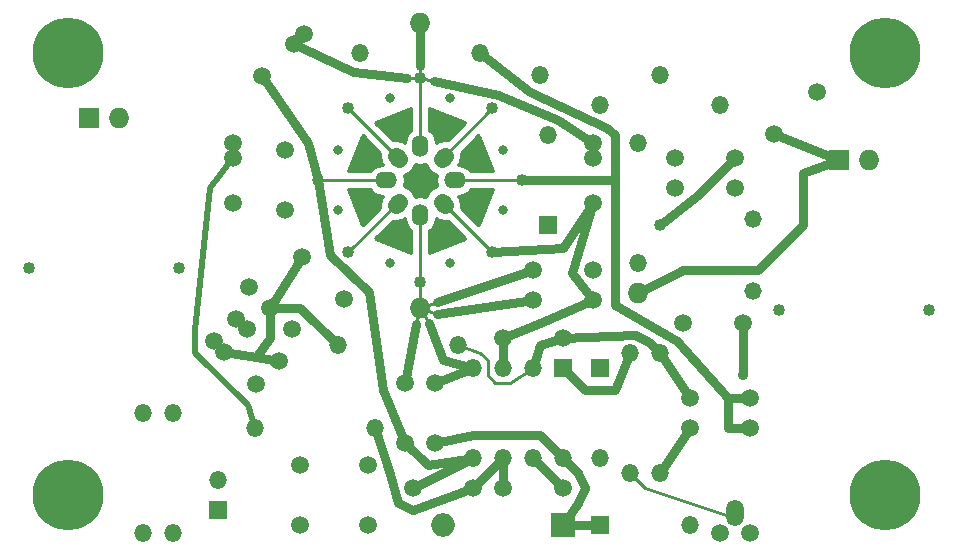
<source format=gbl>
G04 (created by PCBNEW (22-Jun-2014 BZR 4027)-stable) date Mon 25 Jun 2018 12:33:54 AM CDT*
%MOIN*%
G04 Gerber Fmt 3.4, Leading zero omitted, Abs format*
%FSLAX34Y34*%
G01*
G70*
G90*
G04 APERTURE LIST*
%ADD10C,0.00590551*%
%ADD11C,0.059*%
%ADD12O,0.059X0.0885*%
%ADD13O,0.059X0.059*%
%ADD14R,0.059X0.059*%
%ADD15C,0.23622*%
%ADD16O,0.069X0.069*%
%ADD17O,0.058X0.058*%
%ADD18C,0.056*%
%ADD19O,0.072X0.056*%
%ADD20O,0.056X0.072*%
%ADD21O,0.032X0.032*%
%ADD22R,0.069X0.069*%
%ADD23O,0.04X0.04*%
%ADD24R,0.079X0.079*%
%ADD25O,0.079X0.079*%
%ADD26C,0.035*%
%ADD27C,0.04*%
%ADD28C,0.03*%
%ADD29C,0.01*%
%ADD30C,0.02*%
G04 APERTURE END LIST*
G54D10*
G54D11*
X95750Y-44250D03*
G54D12*
X96250Y-43602D03*
G54D11*
X96750Y-44250D03*
G54D13*
X92750Y-38250D03*
X92750Y-42250D03*
X93750Y-42250D03*
X93750Y-38250D03*
X83000Y-38000D03*
X87000Y-38000D03*
X83750Y-28250D03*
X87750Y-28250D03*
X84250Y-40750D03*
X80250Y-40750D03*
G54D14*
X90500Y-38750D03*
G54D13*
X89500Y-38750D03*
X88500Y-38750D03*
X87500Y-38750D03*
X87500Y-41750D03*
X88500Y-41750D03*
X90500Y-41750D03*
X89500Y-41750D03*
G54D15*
X101250Y-28250D03*
G54D11*
X94750Y-40750D03*
X96750Y-40750D03*
X91500Y-36500D03*
X89500Y-36500D03*
X85250Y-41250D03*
X85250Y-39250D03*
X86250Y-41250D03*
X86250Y-39250D03*
X88500Y-42750D03*
X90500Y-42750D03*
X81792Y-35042D03*
X83207Y-36457D03*
X81250Y-31500D03*
X81250Y-33500D03*
X96750Y-39750D03*
X94750Y-39750D03*
X90500Y-37750D03*
X88500Y-37750D03*
X87500Y-42750D03*
X85500Y-42750D03*
G54D16*
X85750Y-36750D03*
G54D11*
X81883Y-27616D03*
X80469Y-29030D03*
X81530Y-27969D03*
X79500Y-31250D03*
X79500Y-33250D03*
X79500Y-31750D03*
X91500Y-31250D03*
X91500Y-33250D03*
X91500Y-31750D03*
G54D15*
X74000Y-43000D03*
G54D16*
X85750Y-27250D03*
G54D13*
X89750Y-29000D03*
X93750Y-29000D03*
X95750Y-30000D03*
X91750Y-30000D03*
X93000Y-31250D03*
X93000Y-35250D03*
G54D11*
X94250Y-31750D03*
X96250Y-31750D03*
X96250Y-32750D03*
X94250Y-32750D03*
X96500Y-37250D03*
X94500Y-37250D03*
G54D16*
X93000Y-36250D03*
G54D11*
X79616Y-37116D03*
X81030Y-38530D03*
X79969Y-37469D03*
X78866Y-37866D03*
X80280Y-39280D03*
X79219Y-38219D03*
X80042Y-36042D03*
X81457Y-37457D03*
X80750Y-36750D03*
G54D17*
X96850Y-33800D03*
X96850Y-36200D03*
G54D18*
X85042Y-31792D02*
X84929Y-31679D01*
X86570Y-31679D02*
X86457Y-31792D01*
G54D19*
X86890Y-32500D03*
G54D20*
X85750Y-31359D03*
G54D18*
X86570Y-33320D02*
X86457Y-33207D01*
G54D20*
X85750Y-33640D03*
G54D18*
X85042Y-33207D02*
X84929Y-33320D01*
G54D19*
X84609Y-32500D03*
G54D11*
X84000Y-44000D03*
X84000Y-42000D03*
X91500Y-35500D03*
X89500Y-35500D03*
G54D21*
X85750Y-32500D03*
X86500Y-30750D03*
X87500Y-31750D03*
X87500Y-33250D03*
X86500Y-34250D03*
X85000Y-34250D03*
X84000Y-33250D03*
X84000Y-31750D03*
X85000Y-30750D03*
G54D15*
X74000Y-28250D03*
X101250Y-43000D03*
G54D21*
X84750Y-29750D03*
X86750Y-29750D03*
X88500Y-31500D03*
X88500Y-33500D03*
X83000Y-31500D03*
X83000Y-33500D03*
X84750Y-35250D03*
X86750Y-35250D03*
G54D13*
X77500Y-44250D03*
X77500Y-40250D03*
X76500Y-44250D03*
X76500Y-40250D03*
G54D22*
X99696Y-31811D03*
G54D16*
X100696Y-31811D03*
G54D23*
X97696Y-36811D03*
X102696Y-36811D03*
G54D14*
X79000Y-43500D03*
G54D13*
X79000Y-42500D03*
G54D11*
X81750Y-44000D03*
X81750Y-42000D03*
G54D14*
X91750Y-44000D03*
G54D13*
X94750Y-44000D03*
G54D14*
X90000Y-34000D03*
G54D13*
X90000Y-31000D03*
G54D14*
X91750Y-38750D03*
G54D13*
X91750Y-41750D03*
G54D24*
X90500Y-44000D03*
G54D25*
X86500Y-44000D03*
G54D22*
X74696Y-30433D03*
G54D16*
X75696Y-30433D03*
G54D23*
X72696Y-35433D03*
X77696Y-35433D03*
G54D11*
X97542Y-30957D03*
X98957Y-29542D03*
G54D26*
X96500Y-39000D03*
G54D27*
X89150Y-32500D03*
X82350Y-32500D03*
X88150Y-30100D03*
X88150Y-34900D03*
X83350Y-30100D03*
X83350Y-34900D03*
X85750Y-29100D03*
X93750Y-34000D03*
X85750Y-35900D03*
G54D28*
X96500Y-39000D02*
X96500Y-37250D01*
X89500Y-41000D02*
X89750Y-41000D01*
X87500Y-41000D02*
X89500Y-41000D01*
X86250Y-41250D02*
X87500Y-41000D01*
X89750Y-41000D02*
X90500Y-41750D01*
X90500Y-41750D02*
X91000Y-42250D01*
X91000Y-43250D02*
X90500Y-44000D01*
X91250Y-42750D02*
X91000Y-43250D01*
X91000Y-42250D02*
X91250Y-42750D01*
X90500Y-44000D02*
X91750Y-44000D01*
X96000Y-39750D02*
X94300Y-37850D01*
X92250Y-34250D02*
X92250Y-36642D01*
X92250Y-34250D02*
X92250Y-32500D01*
X94300Y-37850D02*
X92250Y-36642D01*
X96000Y-40750D02*
X96750Y-40750D01*
X96000Y-40750D02*
X96000Y-39750D01*
X96000Y-39750D02*
X96750Y-39750D01*
X92250Y-32500D02*
X92250Y-32500D01*
X92250Y-32500D02*
X92250Y-31000D01*
X92250Y-31000D02*
X91956Y-30742D01*
X91956Y-30742D02*
X89408Y-29539D01*
X89408Y-29539D02*
X87750Y-28250D01*
G54D29*
X86739Y-32500D02*
X89150Y-32500D01*
G54D28*
X89150Y-32500D02*
X92250Y-32500D01*
X92250Y-32500D02*
X92250Y-32500D01*
X92250Y-32500D02*
X92250Y-32500D01*
G54D29*
X89250Y-32500D02*
X89150Y-32500D01*
G54D28*
X86500Y-44000D02*
X86500Y-44000D01*
X82350Y-32500D02*
X82000Y-31250D01*
X82000Y-31250D02*
X80469Y-29030D01*
G54D29*
X84760Y-32500D02*
X82350Y-32500D01*
G54D28*
X84500Y-39500D02*
X85250Y-41250D01*
X82750Y-35000D02*
X84030Y-36217D01*
X84030Y-36217D02*
X84500Y-39500D01*
X82350Y-32500D02*
X82750Y-35000D01*
X87500Y-41750D02*
X86000Y-42000D01*
X86000Y-42000D02*
X85250Y-41250D01*
X87500Y-41750D02*
X85500Y-42750D01*
G54D29*
X86457Y-31792D02*
X88150Y-30100D01*
G54D28*
X90500Y-37750D02*
X92900Y-37650D01*
X93375Y-37875D02*
X93750Y-38250D01*
X92900Y-37650D02*
X93375Y-37875D01*
X93750Y-38250D02*
X94750Y-39750D01*
G54D29*
X87000Y-38000D02*
X87750Y-38250D01*
X88750Y-39250D02*
X89500Y-38750D01*
X88250Y-39250D02*
X88750Y-39250D01*
X88000Y-39000D02*
X88250Y-39250D01*
X88000Y-38500D02*
X88000Y-39000D01*
X87750Y-38250D02*
X88000Y-38500D01*
G54D28*
X89500Y-38750D02*
X89750Y-38000D01*
X89750Y-38000D02*
X90500Y-37750D01*
X90500Y-42750D02*
X89500Y-41750D01*
X93750Y-42250D02*
X94750Y-40750D01*
X90500Y-38750D02*
X91250Y-39500D01*
X92250Y-39500D02*
X92750Y-38250D01*
X91250Y-39500D02*
X92250Y-39500D01*
G54D29*
X92750Y-42250D02*
X93250Y-42750D01*
X93250Y-42750D02*
X96250Y-43750D01*
X86457Y-33207D02*
X88150Y-34900D01*
G54D28*
X91500Y-33250D02*
X90800Y-35600D01*
X90800Y-35600D02*
X91500Y-36500D01*
X88150Y-34900D02*
X90500Y-34750D01*
X90500Y-34750D02*
X91500Y-33250D01*
X90500Y-34750D02*
X90500Y-34750D01*
X88500Y-37750D02*
X89750Y-37250D01*
X89750Y-37250D02*
X91500Y-36500D01*
X88500Y-38750D02*
X88500Y-37750D01*
G54D29*
X88150Y-34900D02*
X88250Y-35000D01*
G54D30*
X80250Y-40750D02*
X80000Y-40000D01*
X80000Y-40000D02*
X78250Y-38250D01*
X78250Y-38250D02*
X78250Y-37500D01*
X78250Y-37500D02*
X78750Y-32750D01*
X78750Y-32750D02*
X79500Y-31750D01*
G54D29*
X85042Y-31792D02*
X83350Y-30100D01*
X83350Y-30100D02*
X83400Y-30100D01*
G54D28*
X79500Y-31750D02*
X79500Y-31250D01*
X80267Y-38399D02*
X80750Y-37750D01*
X80750Y-37750D02*
X80750Y-36750D01*
X78866Y-37866D02*
X79219Y-38219D01*
X79219Y-38219D02*
X80267Y-38399D01*
X80267Y-38399D02*
X81030Y-38530D01*
X80750Y-36750D02*
X81750Y-36750D01*
X81750Y-36750D02*
X83000Y-38000D01*
X81792Y-35042D02*
X80750Y-36750D01*
G54D29*
X83350Y-34900D02*
X85042Y-33207D01*
G54D28*
X85000Y-43250D02*
X84750Y-42300D01*
X85500Y-43500D02*
X85000Y-43250D01*
X87500Y-42750D02*
X85500Y-43500D01*
X84750Y-42300D02*
X84250Y-40750D01*
X88500Y-41750D02*
X87500Y-42750D01*
X88500Y-41750D02*
X88500Y-42750D01*
X99696Y-31811D02*
X97542Y-30957D01*
X93000Y-36250D02*
X94500Y-35500D01*
X99696Y-31811D02*
X99696Y-31811D01*
X98500Y-32250D02*
X99696Y-31811D01*
X98500Y-34000D02*
X98500Y-32250D01*
X97000Y-35500D02*
X98500Y-34000D01*
X94500Y-35500D02*
X97000Y-35500D01*
G54D29*
X85750Y-29100D02*
X85300Y-29077D01*
G54D28*
X85300Y-29077D02*
X83550Y-28900D01*
X83550Y-28900D02*
X83250Y-28750D01*
X83250Y-28750D02*
X81530Y-27969D01*
X81530Y-27969D02*
X81883Y-27616D01*
G54D29*
X85750Y-29100D02*
X85750Y-28700D01*
G54D28*
X85750Y-28700D02*
X85750Y-27250D01*
X91500Y-31250D02*
X91500Y-31750D01*
G54D29*
X85750Y-29100D02*
X86200Y-29172D01*
G54D28*
X86200Y-29172D02*
X88341Y-29637D01*
X88341Y-29637D02*
X90350Y-30500D01*
X90350Y-30500D02*
X91500Y-31250D01*
G54D29*
X85750Y-31510D02*
X85750Y-29100D01*
G54D28*
X95000Y-33000D02*
X96250Y-31750D01*
X95000Y-33000D02*
X93750Y-34000D01*
X93750Y-34000D02*
X93750Y-34000D01*
G54D29*
X85750Y-36750D02*
X85750Y-35900D01*
X85750Y-35900D02*
X85750Y-33489D01*
X85750Y-36750D02*
X86300Y-36950D01*
G54D28*
X86300Y-36950D02*
X89500Y-36500D01*
G54D29*
X85750Y-36750D02*
X86050Y-37250D01*
G54D28*
X86050Y-37250D02*
X86500Y-38500D01*
X86500Y-38500D02*
X87500Y-38750D01*
G54D29*
X85750Y-36750D02*
X86300Y-36550D01*
G54D28*
X86300Y-36550D02*
X89500Y-35500D01*
X85250Y-39250D02*
X85600Y-37300D01*
G54D29*
X85600Y-37300D02*
X85750Y-36750D01*
G54D28*
X86250Y-39250D02*
X86250Y-39250D01*
X86250Y-39250D02*
X87500Y-38750D01*
G54D29*
X86250Y-39250D02*
X87500Y-38750D01*
G54D10*
G36*
X84498Y-31973D02*
X84314Y-32010D01*
X84142Y-32125D01*
X84092Y-32200D01*
X83323Y-32200D01*
X83792Y-31028D01*
X83823Y-30997D01*
X84408Y-31583D01*
X84391Y-31671D01*
X84431Y-31874D01*
X84498Y-31973D01*
X84498Y-31973D01*
G37*
G54D29*
X84498Y-31973D02*
X84314Y-32010D01*
X84142Y-32125D01*
X84092Y-32200D01*
X83323Y-32200D01*
X83792Y-31028D01*
X83823Y-30997D01*
X84408Y-31583D01*
X84391Y-31671D01*
X84431Y-31874D01*
X84498Y-31973D01*
G54D10*
G36*
X84498Y-33026D02*
X84431Y-33125D01*
X84391Y-33328D01*
X84408Y-33416D01*
X83823Y-34002D01*
X83792Y-33971D01*
X83323Y-32800D01*
X84092Y-32800D01*
X84142Y-32874D01*
X84314Y-32989D01*
X84498Y-33026D01*
X84498Y-33026D01*
G37*
G54D29*
X84498Y-33026D02*
X84431Y-33125D01*
X84391Y-33328D01*
X84408Y-33416D01*
X83823Y-34002D01*
X83792Y-33971D01*
X83323Y-32800D01*
X84092Y-32800D01*
X84142Y-32874D01*
X84314Y-32989D01*
X84498Y-33026D01*
G54D10*
G36*
X85450Y-30842D02*
X85375Y-30892D01*
X85260Y-31064D01*
X85223Y-31248D01*
X85124Y-31181D01*
X84921Y-31141D01*
X84833Y-31158D01*
X84247Y-30573D01*
X84278Y-30542D01*
X85450Y-30073D01*
X85450Y-30842D01*
X85450Y-30842D01*
G37*
G54D29*
X85450Y-30842D02*
X85375Y-30892D01*
X85260Y-31064D01*
X85223Y-31248D01*
X85124Y-31181D01*
X84921Y-31141D01*
X84833Y-31158D01*
X84247Y-30573D01*
X84278Y-30542D01*
X85450Y-30073D01*
X85450Y-30842D01*
G54D10*
G36*
X85450Y-34926D02*
X84278Y-34457D01*
X84247Y-34426D01*
X84833Y-33841D01*
X84921Y-33858D01*
X85124Y-33818D01*
X85223Y-33751D01*
X85260Y-33935D01*
X85375Y-34107D01*
X85450Y-34157D01*
X85450Y-34926D01*
X85450Y-34926D01*
G37*
G54D29*
X85450Y-34926D02*
X84278Y-34457D01*
X84247Y-34426D01*
X84833Y-33841D01*
X84921Y-33858D01*
X85124Y-33818D01*
X85223Y-33751D01*
X85260Y-33935D01*
X85375Y-34107D01*
X85450Y-34157D01*
X85450Y-34926D01*
G54D10*
G36*
X86307Y-32696D02*
X86245Y-32709D01*
X86073Y-32823D01*
X85959Y-32995D01*
X85946Y-33057D01*
X85750Y-33018D01*
X85553Y-33057D01*
X85541Y-32995D01*
X85426Y-32823D01*
X85254Y-32709D01*
X85192Y-32696D01*
X85231Y-32500D01*
X85192Y-32303D01*
X85254Y-32291D01*
X85426Y-32176D01*
X85541Y-32004D01*
X85553Y-31942D01*
X85750Y-31981D01*
X85946Y-31942D01*
X85959Y-32004D01*
X86073Y-32176D01*
X86245Y-32291D01*
X86307Y-32303D01*
X86268Y-32500D01*
X86307Y-32696D01*
X86307Y-32696D01*
G37*
G54D29*
X86307Y-32696D02*
X86245Y-32709D01*
X86073Y-32823D01*
X85959Y-32995D01*
X85946Y-33057D01*
X85750Y-33018D01*
X85553Y-33057D01*
X85541Y-32995D01*
X85426Y-32823D01*
X85254Y-32709D01*
X85192Y-32696D01*
X85231Y-32500D01*
X85192Y-32303D01*
X85254Y-32291D01*
X85426Y-32176D01*
X85541Y-32004D01*
X85553Y-31942D01*
X85750Y-31981D01*
X85946Y-31942D01*
X85959Y-32004D01*
X86073Y-32176D01*
X86245Y-32291D01*
X86307Y-32303D01*
X86268Y-32500D01*
X86307Y-32696D01*
G54D10*
G36*
X87252Y-30573D02*
X86666Y-31158D01*
X86578Y-31141D01*
X86375Y-31181D01*
X86276Y-31248D01*
X86239Y-31064D01*
X86124Y-30892D01*
X86050Y-30842D01*
X86050Y-30073D01*
X87221Y-30542D01*
X87252Y-30573D01*
X87252Y-30573D01*
G37*
G54D29*
X87252Y-30573D02*
X86666Y-31158D01*
X86578Y-31141D01*
X86375Y-31181D01*
X86276Y-31248D01*
X86239Y-31064D01*
X86124Y-30892D01*
X86050Y-30842D01*
X86050Y-30073D01*
X87221Y-30542D01*
X87252Y-30573D01*
G54D10*
G36*
X87252Y-34426D02*
X87221Y-34457D01*
X86050Y-34926D01*
X86050Y-34157D01*
X86124Y-34107D01*
X86239Y-33935D01*
X86276Y-33751D01*
X86375Y-33818D01*
X86578Y-33858D01*
X86666Y-33841D01*
X87252Y-34426D01*
X87252Y-34426D01*
G37*
G54D29*
X87252Y-34426D02*
X87221Y-34457D01*
X86050Y-34926D01*
X86050Y-34157D01*
X86124Y-34107D01*
X86239Y-33935D01*
X86276Y-33751D01*
X86375Y-33818D01*
X86578Y-33858D01*
X86666Y-33841D01*
X87252Y-34426D01*
G54D10*
G36*
X88176Y-32200D02*
X87407Y-32200D01*
X87357Y-32125D01*
X87185Y-32010D01*
X87001Y-31973D01*
X87068Y-31874D01*
X87108Y-31671D01*
X87091Y-31583D01*
X87676Y-30997D01*
X87707Y-31028D01*
X88176Y-32200D01*
X88176Y-32200D01*
G37*
G54D29*
X88176Y-32200D02*
X87407Y-32200D01*
X87357Y-32125D01*
X87185Y-32010D01*
X87001Y-31973D01*
X87068Y-31874D01*
X87108Y-31671D01*
X87091Y-31583D01*
X87676Y-30997D01*
X87707Y-31028D01*
X88176Y-32200D01*
G54D10*
G36*
X88176Y-32800D02*
X87707Y-33971D01*
X87676Y-34002D01*
X87091Y-33416D01*
X87108Y-33328D01*
X87068Y-33125D01*
X87001Y-33026D01*
X87185Y-32989D01*
X87357Y-32874D01*
X87407Y-32800D01*
X88176Y-32800D01*
X88176Y-32800D01*
G37*
G54D29*
X88176Y-32800D02*
X87707Y-33971D01*
X87676Y-34002D01*
X87091Y-33416D01*
X87108Y-33328D01*
X87068Y-33125D01*
X87001Y-33026D01*
X87185Y-32989D01*
X87357Y-32874D01*
X87407Y-32800D01*
X88176Y-32800D01*
M02*

</source>
